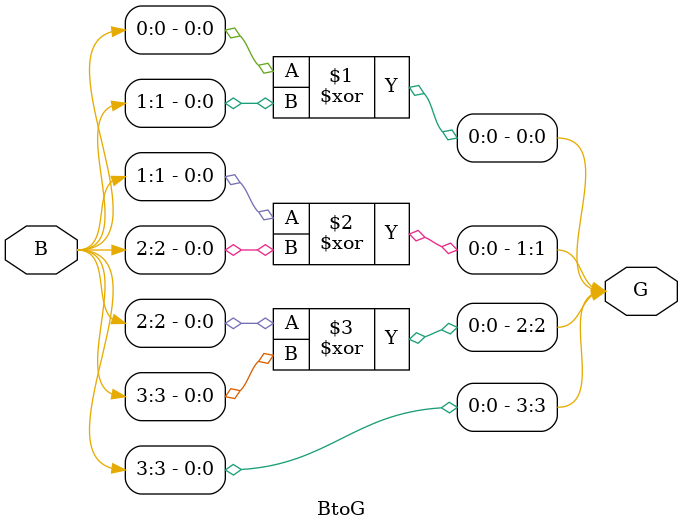
<source format=v>
module testbed;
    reg [3:0]B;
    wire [3:0]G;

    BtoG bg(.G(G), .B(B));
    initial begin
        $monitor($time, " B = %b, G = %b", B, G);
        B = 4'b0101; #10
        B = 4'b0000; #10
        $finish;
    end
endmodule

module BtoG #(parameter N = 4)(
    input [N-1:0] B,
    output [N-1:0] G);
    
    genvar i ;
    generate
        for(i = 0; i < N-1 ; i = i+1)
        begin
            assign G[i] = B[i] ^ B[i+1];
        end
    endgenerate
    assign G[N-1] = B[N-1];
endmodule
</source>
